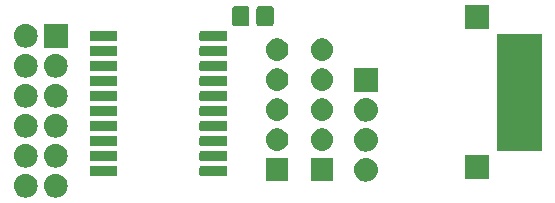
<source format=gts>
G04 #@! TF.GenerationSoftware,KiCad,Pcbnew,(5.1.4)-1*
G04 #@! TF.CreationDate,2020-03-17T17:24:22+00:00*
G04 #@! TF.ProjectId,buffer,62756666-6572-42e6-9b69-6361645f7063,rev?*
G04 #@! TF.SameCoordinates,Original*
G04 #@! TF.FileFunction,Soldermask,Top*
G04 #@! TF.FilePolarity,Negative*
%FSLAX46Y46*%
G04 Gerber Fmt 4.6, Leading zero omitted, Abs format (unit mm)*
G04 Created by KiCad (PCBNEW (5.1.4)-1) date 2020-03-17 17:24:22*
%MOMM*%
%LPD*%
G04 APERTURE LIST*
%ADD10C,0.100000*%
G04 APERTURE END LIST*
D10*
G36*
X40549836Y-46090830D02*
G01*
X40738332Y-46148009D01*
X40912058Y-46240868D01*
X41064328Y-46365832D01*
X41189292Y-46518102D01*
X41282151Y-46691828D01*
X41339330Y-46880324D01*
X41358638Y-47076360D01*
X41339330Y-47272396D01*
X41282151Y-47460892D01*
X41189292Y-47634618D01*
X41064328Y-47786888D01*
X40912058Y-47911852D01*
X40738332Y-48004711D01*
X40549836Y-48061890D01*
X40402920Y-48076360D01*
X40304680Y-48076360D01*
X40157764Y-48061890D01*
X39969268Y-48004711D01*
X39795542Y-47911852D01*
X39643272Y-47786888D01*
X39518308Y-47634618D01*
X39425449Y-47460892D01*
X39368270Y-47272396D01*
X39348962Y-47076360D01*
X39368270Y-46880324D01*
X39425449Y-46691828D01*
X39518308Y-46518102D01*
X39643272Y-46365832D01*
X39795542Y-46240868D01*
X39969268Y-46148009D01*
X40157764Y-46090830D01*
X40304680Y-46076360D01*
X40402920Y-46076360D01*
X40549836Y-46090830D01*
X40549836Y-46090830D01*
G37*
G36*
X38009836Y-46090830D02*
G01*
X38198332Y-46148009D01*
X38372058Y-46240868D01*
X38524328Y-46365832D01*
X38649292Y-46518102D01*
X38742151Y-46691828D01*
X38799330Y-46880324D01*
X38818638Y-47076360D01*
X38799330Y-47272396D01*
X38742151Y-47460892D01*
X38649292Y-47634618D01*
X38524328Y-47786888D01*
X38372058Y-47911852D01*
X38198332Y-48004711D01*
X38009836Y-48061890D01*
X37862920Y-48076360D01*
X37764680Y-48076360D01*
X37617764Y-48061890D01*
X37429268Y-48004711D01*
X37255542Y-47911852D01*
X37103272Y-47786888D01*
X36978308Y-47634618D01*
X36885449Y-47460892D01*
X36828270Y-47272396D01*
X36808962Y-47076360D01*
X36828270Y-46880324D01*
X36885449Y-46691828D01*
X36978308Y-46518102D01*
X37103272Y-46365832D01*
X37255542Y-46240868D01*
X37429268Y-46148009D01*
X37617764Y-46090830D01*
X37764680Y-46076360D01*
X37862920Y-46076360D01*
X38009836Y-46090830D01*
X38009836Y-46090830D01*
G37*
G36*
X66813436Y-44744630D02*
G01*
X67001932Y-44801809D01*
X67175658Y-44894668D01*
X67327928Y-45019632D01*
X67452892Y-45171902D01*
X67545751Y-45345628D01*
X67602930Y-45534124D01*
X67622238Y-45730160D01*
X67602930Y-45926196D01*
X67545751Y-46114692D01*
X67452892Y-46288418D01*
X67327928Y-46440688D01*
X67175658Y-46565652D01*
X67001932Y-46658511D01*
X66813436Y-46715690D01*
X66666520Y-46730160D01*
X66568280Y-46730160D01*
X66421364Y-46715690D01*
X66232868Y-46658511D01*
X66059142Y-46565652D01*
X65906872Y-46440688D01*
X65781908Y-46288418D01*
X65689049Y-46114692D01*
X65631870Y-45926196D01*
X65612562Y-45730160D01*
X65631870Y-45534124D01*
X65689049Y-45345628D01*
X65781908Y-45171902D01*
X65906872Y-45019632D01*
X66059142Y-44894668D01*
X66232868Y-44801809D01*
X66421364Y-44744630D01*
X66568280Y-44730160D01*
X66666520Y-44730160D01*
X66813436Y-44744630D01*
X66813436Y-44744630D01*
G37*
G36*
X60052000Y-46650960D02*
G01*
X58152000Y-46650960D01*
X58152000Y-44750960D01*
X60052000Y-44750960D01*
X60052000Y-46650960D01*
X60052000Y-46650960D01*
G37*
G36*
X63852000Y-46650960D02*
G01*
X61952000Y-46650960D01*
X61952000Y-44750960D01*
X63852000Y-44750960D01*
X63852000Y-46650960D01*
X63852000Y-46650960D01*
G37*
G36*
X77033180Y-46504100D02*
G01*
X75033180Y-46504100D01*
X75033180Y-44504100D01*
X77033180Y-44504100D01*
X77033180Y-46504100D01*
X77033180Y-46504100D01*
G37*
G36*
X54748092Y-45369651D02*
G01*
X54777987Y-45378720D01*
X54805542Y-45393448D01*
X54829692Y-45413268D01*
X54849512Y-45437418D01*
X54864240Y-45464973D01*
X54873309Y-45494868D01*
X54877000Y-45532346D01*
X54877000Y-46099574D01*
X54873309Y-46137052D01*
X54864240Y-46166947D01*
X54849512Y-46194502D01*
X54829692Y-46218652D01*
X54805542Y-46238472D01*
X54777987Y-46253200D01*
X54748092Y-46262269D01*
X54710614Y-46265960D01*
X52693386Y-46265960D01*
X52655908Y-46262269D01*
X52626013Y-46253200D01*
X52598458Y-46238472D01*
X52574308Y-46218652D01*
X52554488Y-46194502D01*
X52539760Y-46166947D01*
X52530691Y-46137052D01*
X52527000Y-46099574D01*
X52527000Y-45532346D01*
X52530691Y-45494868D01*
X52539760Y-45464973D01*
X52554488Y-45437418D01*
X52574308Y-45413268D01*
X52598458Y-45393448D01*
X52626013Y-45378720D01*
X52655908Y-45369651D01*
X52693386Y-45365960D01*
X54710614Y-45365960D01*
X54748092Y-45369651D01*
X54748092Y-45369651D01*
G37*
G36*
X45448092Y-45369651D02*
G01*
X45477987Y-45378720D01*
X45505542Y-45393448D01*
X45529692Y-45413268D01*
X45549512Y-45437418D01*
X45564240Y-45464973D01*
X45573309Y-45494868D01*
X45577000Y-45532346D01*
X45577000Y-46099574D01*
X45573309Y-46137052D01*
X45564240Y-46166947D01*
X45549512Y-46194502D01*
X45529692Y-46218652D01*
X45505542Y-46238472D01*
X45477987Y-46253200D01*
X45448092Y-46262269D01*
X45410614Y-46265960D01*
X43393386Y-46265960D01*
X43355908Y-46262269D01*
X43326013Y-46253200D01*
X43298458Y-46238472D01*
X43274308Y-46218652D01*
X43254488Y-46194502D01*
X43239760Y-46166947D01*
X43230691Y-46137052D01*
X43227000Y-46099574D01*
X43227000Y-45532346D01*
X43230691Y-45494868D01*
X43239760Y-45464973D01*
X43254488Y-45437418D01*
X43274308Y-45413268D01*
X43298458Y-45393448D01*
X43326013Y-45378720D01*
X43355908Y-45369651D01*
X43393386Y-45365960D01*
X45410614Y-45365960D01*
X45448092Y-45369651D01*
X45448092Y-45369651D01*
G37*
G36*
X38009836Y-43550830D02*
G01*
X38198332Y-43608009D01*
X38372058Y-43700868D01*
X38524328Y-43825832D01*
X38649292Y-43978102D01*
X38742151Y-44151828D01*
X38799330Y-44340324D01*
X38818638Y-44536360D01*
X38799330Y-44732396D01*
X38742151Y-44920892D01*
X38649292Y-45094618D01*
X38524328Y-45246888D01*
X38372058Y-45371852D01*
X38198332Y-45464711D01*
X38009836Y-45521890D01*
X37862920Y-45536360D01*
X37764680Y-45536360D01*
X37617764Y-45521890D01*
X37429268Y-45464711D01*
X37255542Y-45371852D01*
X37103272Y-45246888D01*
X36978308Y-45094618D01*
X36885449Y-44920892D01*
X36828270Y-44732396D01*
X36808962Y-44536360D01*
X36828270Y-44340324D01*
X36885449Y-44151828D01*
X36978308Y-43978102D01*
X37103272Y-43825832D01*
X37255542Y-43700868D01*
X37429268Y-43608009D01*
X37617764Y-43550830D01*
X37764680Y-43536360D01*
X37862920Y-43536360D01*
X38009836Y-43550830D01*
X38009836Y-43550830D01*
G37*
G36*
X40549836Y-43550830D02*
G01*
X40738332Y-43608009D01*
X40912058Y-43700868D01*
X41064328Y-43825832D01*
X41189292Y-43978102D01*
X41282151Y-44151828D01*
X41339330Y-44340324D01*
X41358638Y-44536360D01*
X41339330Y-44732396D01*
X41282151Y-44920892D01*
X41189292Y-45094618D01*
X41064328Y-45246888D01*
X40912058Y-45371852D01*
X40738332Y-45464711D01*
X40549836Y-45521890D01*
X40402920Y-45536360D01*
X40304680Y-45536360D01*
X40157764Y-45521890D01*
X39969268Y-45464711D01*
X39795542Y-45371852D01*
X39643272Y-45246888D01*
X39518308Y-45094618D01*
X39425449Y-44920892D01*
X39368270Y-44732396D01*
X39348962Y-44536360D01*
X39368270Y-44340324D01*
X39425449Y-44151828D01*
X39518308Y-43978102D01*
X39643272Y-43825832D01*
X39795542Y-43700868D01*
X39969268Y-43608009D01*
X40157764Y-43550830D01*
X40304680Y-43536360D01*
X40402920Y-43536360D01*
X40549836Y-43550830D01*
X40549836Y-43550830D01*
G37*
G36*
X45448092Y-44099651D02*
G01*
X45477987Y-44108720D01*
X45505542Y-44123448D01*
X45529692Y-44143268D01*
X45549512Y-44167418D01*
X45564240Y-44194973D01*
X45573309Y-44224868D01*
X45577000Y-44262346D01*
X45577000Y-44829574D01*
X45573309Y-44867052D01*
X45564240Y-44896947D01*
X45549512Y-44924502D01*
X45529692Y-44948652D01*
X45505542Y-44968472D01*
X45477987Y-44983200D01*
X45448092Y-44992269D01*
X45410614Y-44995960D01*
X43393386Y-44995960D01*
X43355908Y-44992269D01*
X43326013Y-44983200D01*
X43298458Y-44968472D01*
X43274308Y-44948652D01*
X43254488Y-44924502D01*
X43239760Y-44896947D01*
X43230691Y-44867052D01*
X43227000Y-44829574D01*
X43227000Y-44262346D01*
X43230691Y-44224868D01*
X43239760Y-44194973D01*
X43254488Y-44167418D01*
X43274308Y-44143268D01*
X43298458Y-44123448D01*
X43326013Y-44108720D01*
X43355908Y-44099651D01*
X43393386Y-44095960D01*
X45410614Y-44095960D01*
X45448092Y-44099651D01*
X45448092Y-44099651D01*
G37*
G36*
X54748092Y-44099651D02*
G01*
X54777987Y-44108720D01*
X54805542Y-44123448D01*
X54829692Y-44143268D01*
X54849512Y-44167418D01*
X54864240Y-44194973D01*
X54873309Y-44224868D01*
X54877000Y-44262346D01*
X54877000Y-44829574D01*
X54873309Y-44867052D01*
X54864240Y-44896947D01*
X54849512Y-44924502D01*
X54829692Y-44948652D01*
X54805542Y-44968472D01*
X54777987Y-44983200D01*
X54748092Y-44992269D01*
X54710614Y-44995960D01*
X52693386Y-44995960D01*
X52655908Y-44992269D01*
X52626013Y-44983200D01*
X52598458Y-44968472D01*
X52574308Y-44948652D01*
X52554488Y-44924502D01*
X52539760Y-44896947D01*
X52530691Y-44867052D01*
X52527000Y-44829574D01*
X52527000Y-44262346D01*
X52530691Y-44224868D01*
X52539760Y-44194973D01*
X52554488Y-44167418D01*
X52574308Y-44143268D01*
X52598458Y-44123448D01*
X52626013Y-44108720D01*
X52655908Y-44099651D01*
X52693386Y-44095960D01*
X54710614Y-44095960D01*
X54748092Y-44099651D01*
X54748092Y-44099651D01*
G37*
G36*
X66813436Y-42204630D02*
G01*
X67001932Y-42261809D01*
X67175658Y-42354668D01*
X67327928Y-42479632D01*
X67452892Y-42631902D01*
X67545751Y-42805628D01*
X67602930Y-42994124D01*
X67622238Y-43190160D01*
X67602930Y-43386196D01*
X67545751Y-43574692D01*
X67452892Y-43748418D01*
X67327928Y-43900688D01*
X67175658Y-44025652D01*
X67001932Y-44118511D01*
X66813436Y-44175690D01*
X66666520Y-44190160D01*
X66568280Y-44190160D01*
X66421364Y-44175690D01*
X66232868Y-44118511D01*
X66059142Y-44025652D01*
X65906872Y-43900688D01*
X65781908Y-43748418D01*
X65689049Y-43574692D01*
X65631870Y-43386196D01*
X65612562Y-43190160D01*
X65631870Y-42994124D01*
X65689049Y-42805628D01*
X65781908Y-42631902D01*
X65906872Y-42479632D01*
X66059142Y-42354668D01*
X66232868Y-42261809D01*
X66421364Y-42204630D01*
X66568280Y-42190160D01*
X66666520Y-42190160D01*
X66813436Y-42204630D01*
X66813436Y-42204630D01*
G37*
G36*
X81501880Y-44149660D02*
G01*
X77701880Y-44149660D01*
X77701880Y-34229660D01*
X81501880Y-34229660D01*
X81501880Y-44149660D01*
X81501880Y-44149660D01*
G37*
G36*
X59288233Y-42224706D02*
G01*
X59308849Y-42230960D01*
X59467308Y-42279028D01*
X59632345Y-42367242D01*
X59777001Y-42485959D01*
X59895718Y-42630615D01*
X59983932Y-42795652D01*
X60011093Y-42885190D01*
X60035260Y-42964856D01*
X60038254Y-42974728D01*
X60056596Y-43160960D01*
X60038254Y-43347192D01*
X59983932Y-43526268D01*
X59895718Y-43691305D01*
X59777001Y-43835961D01*
X59632345Y-43954678D01*
X59467308Y-44042892D01*
X59377770Y-44070053D01*
X59288233Y-44097214D01*
X59148665Y-44110960D01*
X59055335Y-44110960D01*
X58915767Y-44097214D01*
X58826230Y-44070053D01*
X58736692Y-44042892D01*
X58571655Y-43954678D01*
X58426999Y-43835961D01*
X58308282Y-43691305D01*
X58220068Y-43526268D01*
X58165746Y-43347192D01*
X58147404Y-43160960D01*
X58165746Y-42974728D01*
X58168741Y-42964856D01*
X58192907Y-42885190D01*
X58220068Y-42795652D01*
X58308282Y-42630615D01*
X58426999Y-42485959D01*
X58571655Y-42367242D01*
X58736692Y-42279028D01*
X58895151Y-42230960D01*
X58915767Y-42224706D01*
X59055335Y-42210960D01*
X59148665Y-42210960D01*
X59288233Y-42224706D01*
X59288233Y-42224706D01*
G37*
G36*
X63088233Y-42224706D02*
G01*
X63108849Y-42230960D01*
X63267308Y-42279028D01*
X63432345Y-42367242D01*
X63577001Y-42485959D01*
X63695718Y-42630615D01*
X63783932Y-42795652D01*
X63811093Y-42885190D01*
X63835260Y-42964856D01*
X63838254Y-42974728D01*
X63856596Y-43160960D01*
X63838254Y-43347192D01*
X63783932Y-43526268D01*
X63695718Y-43691305D01*
X63577001Y-43835961D01*
X63432345Y-43954678D01*
X63267308Y-44042892D01*
X63177770Y-44070053D01*
X63088233Y-44097214D01*
X62948665Y-44110960D01*
X62855335Y-44110960D01*
X62715767Y-44097214D01*
X62626230Y-44070053D01*
X62536692Y-44042892D01*
X62371655Y-43954678D01*
X62226999Y-43835961D01*
X62108282Y-43691305D01*
X62020068Y-43526268D01*
X61965746Y-43347192D01*
X61947404Y-43160960D01*
X61965746Y-42974728D01*
X61968741Y-42964856D01*
X61992907Y-42885190D01*
X62020068Y-42795652D01*
X62108282Y-42630615D01*
X62226999Y-42485959D01*
X62371655Y-42367242D01*
X62536692Y-42279028D01*
X62695151Y-42230960D01*
X62715767Y-42224706D01*
X62855335Y-42210960D01*
X62948665Y-42210960D01*
X63088233Y-42224706D01*
X63088233Y-42224706D01*
G37*
G36*
X54748092Y-42829651D02*
G01*
X54777987Y-42838720D01*
X54805542Y-42853448D01*
X54829692Y-42873268D01*
X54849512Y-42897418D01*
X54864240Y-42924973D01*
X54873309Y-42954868D01*
X54877000Y-42992346D01*
X54877000Y-43559574D01*
X54873309Y-43597052D01*
X54864240Y-43626947D01*
X54849512Y-43654502D01*
X54829692Y-43678652D01*
X54805542Y-43698472D01*
X54777987Y-43713200D01*
X54748092Y-43722269D01*
X54710614Y-43725960D01*
X52693386Y-43725960D01*
X52655908Y-43722269D01*
X52626013Y-43713200D01*
X52598458Y-43698472D01*
X52574308Y-43678652D01*
X52554488Y-43654502D01*
X52539760Y-43626947D01*
X52530691Y-43597052D01*
X52527000Y-43559574D01*
X52527000Y-42992346D01*
X52530691Y-42954868D01*
X52539760Y-42924973D01*
X52554488Y-42897418D01*
X52574308Y-42873268D01*
X52598458Y-42853448D01*
X52626013Y-42838720D01*
X52655908Y-42829651D01*
X52693386Y-42825960D01*
X54710614Y-42825960D01*
X54748092Y-42829651D01*
X54748092Y-42829651D01*
G37*
G36*
X45448092Y-42829651D02*
G01*
X45477987Y-42838720D01*
X45505542Y-42853448D01*
X45529692Y-42873268D01*
X45549512Y-42897418D01*
X45564240Y-42924973D01*
X45573309Y-42954868D01*
X45577000Y-42992346D01*
X45577000Y-43559574D01*
X45573309Y-43597052D01*
X45564240Y-43626947D01*
X45549512Y-43654502D01*
X45529692Y-43678652D01*
X45505542Y-43698472D01*
X45477987Y-43713200D01*
X45448092Y-43722269D01*
X45410614Y-43725960D01*
X43393386Y-43725960D01*
X43355908Y-43722269D01*
X43326013Y-43713200D01*
X43298458Y-43698472D01*
X43274308Y-43678652D01*
X43254488Y-43654502D01*
X43239760Y-43626947D01*
X43230691Y-43597052D01*
X43227000Y-43559574D01*
X43227000Y-42992346D01*
X43230691Y-42954868D01*
X43239760Y-42924973D01*
X43254488Y-42897418D01*
X43274308Y-42873268D01*
X43298458Y-42853448D01*
X43326013Y-42838720D01*
X43355908Y-42829651D01*
X43393386Y-42825960D01*
X45410614Y-42825960D01*
X45448092Y-42829651D01*
X45448092Y-42829651D01*
G37*
G36*
X40549836Y-41010830D02*
G01*
X40738332Y-41068009D01*
X40912058Y-41160868D01*
X41064328Y-41285832D01*
X41189292Y-41438102D01*
X41282151Y-41611828D01*
X41339330Y-41800324D01*
X41358638Y-41996360D01*
X41339330Y-42192396D01*
X41282151Y-42380892D01*
X41189292Y-42554618D01*
X41064328Y-42706888D01*
X40912058Y-42831852D01*
X40738332Y-42924711D01*
X40549836Y-42981890D01*
X40402920Y-42996360D01*
X40304680Y-42996360D01*
X40157764Y-42981890D01*
X39969268Y-42924711D01*
X39795542Y-42831852D01*
X39643272Y-42706888D01*
X39518308Y-42554618D01*
X39425449Y-42380892D01*
X39368270Y-42192396D01*
X39348962Y-41996360D01*
X39368270Y-41800324D01*
X39425449Y-41611828D01*
X39518308Y-41438102D01*
X39643272Y-41285832D01*
X39795542Y-41160868D01*
X39969268Y-41068009D01*
X40157764Y-41010830D01*
X40304680Y-40996360D01*
X40402920Y-40996360D01*
X40549836Y-41010830D01*
X40549836Y-41010830D01*
G37*
G36*
X38009836Y-41010830D02*
G01*
X38198332Y-41068009D01*
X38372058Y-41160868D01*
X38524328Y-41285832D01*
X38649292Y-41438102D01*
X38742151Y-41611828D01*
X38799330Y-41800324D01*
X38818638Y-41996360D01*
X38799330Y-42192396D01*
X38742151Y-42380892D01*
X38649292Y-42554618D01*
X38524328Y-42706888D01*
X38372058Y-42831852D01*
X38198332Y-42924711D01*
X38009836Y-42981890D01*
X37862920Y-42996360D01*
X37764680Y-42996360D01*
X37617764Y-42981890D01*
X37429268Y-42924711D01*
X37255542Y-42831852D01*
X37103272Y-42706888D01*
X36978308Y-42554618D01*
X36885449Y-42380892D01*
X36828270Y-42192396D01*
X36808962Y-41996360D01*
X36828270Y-41800324D01*
X36885449Y-41611828D01*
X36978308Y-41438102D01*
X37103272Y-41285832D01*
X37255542Y-41160868D01*
X37429268Y-41068009D01*
X37617764Y-41010830D01*
X37764680Y-40996360D01*
X37862920Y-40996360D01*
X38009836Y-41010830D01*
X38009836Y-41010830D01*
G37*
G36*
X54748092Y-41559651D02*
G01*
X54777987Y-41568720D01*
X54805542Y-41583448D01*
X54829692Y-41603268D01*
X54849512Y-41627418D01*
X54864240Y-41654973D01*
X54873309Y-41684868D01*
X54877000Y-41722346D01*
X54877000Y-42289574D01*
X54873309Y-42327052D01*
X54864240Y-42356947D01*
X54849512Y-42384502D01*
X54829692Y-42408652D01*
X54805542Y-42428472D01*
X54777987Y-42443200D01*
X54748092Y-42452269D01*
X54710614Y-42455960D01*
X52693386Y-42455960D01*
X52655908Y-42452269D01*
X52626013Y-42443200D01*
X52598458Y-42428472D01*
X52574308Y-42408652D01*
X52554488Y-42384502D01*
X52539760Y-42356947D01*
X52530691Y-42327052D01*
X52527000Y-42289574D01*
X52527000Y-41722346D01*
X52530691Y-41684868D01*
X52539760Y-41654973D01*
X52554488Y-41627418D01*
X52574308Y-41603268D01*
X52598458Y-41583448D01*
X52626013Y-41568720D01*
X52655908Y-41559651D01*
X52693386Y-41555960D01*
X54710614Y-41555960D01*
X54748092Y-41559651D01*
X54748092Y-41559651D01*
G37*
G36*
X45448092Y-41559651D02*
G01*
X45477987Y-41568720D01*
X45505542Y-41583448D01*
X45529692Y-41603268D01*
X45549512Y-41627418D01*
X45564240Y-41654973D01*
X45573309Y-41684868D01*
X45577000Y-41722346D01*
X45577000Y-42289574D01*
X45573309Y-42327052D01*
X45564240Y-42356947D01*
X45549512Y-42384502D01*
X45529692Y-42408652D01*
X45505542Y-42428472D01*
X45477987Y-42443200D01*
X45448092Y-42452269D01*
X45410614Y-42455960D01*
X43393386Y-42455960D01*
X43355908Y-42452269D01*
X43326013Y-42443200D01*
X43298458Y-42428472D01*
X43274308Y-42408652D01*
X43254488Y-42384502D01*
X43239760Y-42356947D01*
X43230691Y-42327052D01*
X43227000Y-42289574D01*
X43227000Y-41722346D01*
X43230691Y-41684868D01*
X43239760Y-41654973D01*
X43254488Y-41627418D01*
X43274308Y-41603268D01*
X43298458Y-41583448D01*
X43326013Y-41568720D01*
X43355908Y-41559651D01*
X43393386Y-41555960D01*
X45410614Y-41555960D01*
X45448092Y-41559651D01*
X45448092Y-41559651D01*
G37*
G36*
X66813436Y-39664630D02*
G01*
X67001932Y-39721809D01*
X67175658Y-39814668D01*
X67327928Y-39939632D01*
X67452892Y-40091902D01*
X67545751Y-40265628D01*
X67602930Y-40454124D01*
X67622238Y-40650160D01*
X67602930Y-40846196D01*
X67545751Y-41034692D01*
X67452892Y-41208418D01*
X67327928Y-41360688D01*
X67175658Y-41485652D01*
X67001932Y-41578511D01*
X66813436Y-41635690D01*
X66666520Y-41650160D01*
X66568280Y-41650160D01*
X66421364Y-41635690D01*
X66232868Y-41578511D01*
X66059142Y-41485652D01*
X65906872Y-41360688D01*
X65781908Y-41208418D01*
X65689049Y-41034692D01*
X65631870Y-40846196D01*
X65612562Y-40650160D01*
X65631870Y-40454124D01*
X65689049Y-40265628D01*
X65781908Y-40091902D01*
X65906872Y-39939632D01*
X66059142Y-39814668D01*
X66232868Y-39721809D01*
X66421364Y-39664630D01*
X66568280Y-39650160D01*
X66666520Y-39650160D01*
X66813436Y-39664630D01*
X66813436Y-39664630D01*
G37*
G36*
X59288233Y-39684706D02*
G01*
X59308849Y-39690960D01*
X59467308Y-39739028D01*
X59632345Y-39827242D01*
X59777001Y-39945959D01*
X59895718Y-40090615D01*
X59983932Y-40255652D01*
X60011093Y-40345190D01*
X60035260Y-40424856D01*
X60038254Y-40434728D01*
X60056596Y-40620960D01*
X60038254Y-40807192D01*
X59983932Y-40986268D01*
X59895718Y-41151305D01*
X59777001Y-41295961D01*
X59632345Y-41414678D01*
X59467308Y-41502892D01*
X59377770Y-41530053D01*
X59288233Y-41557214D01*
X59148665Y-41570960D01*
X59055335Y-41570960D01*
X58915767Y-41557214D01*
X58826230Y-41530053D01*
X58736692Y-41502892D01*
X58571655Y-41414678D01*
X58426999Y-41295961D01*
X58308282Y-41151305D01*
X58220068Y-40986268D01*
X58165746Y-40807192D01*
X58147404Y-40620960D01*
X58165746Y-40434728D01*
X58168741Y-40424856D01*
X58192907Y-40345190D01*
X58220068Y-40255652D01*
X58308282Y-40090615D01*
X58426999Y-39945959D01*
X58571655Y-39827242D01*
X58736692Y-39739028D01*
X58895151Y-39690960D01*
X58915767Y-39684706D01*
X59055335Y-39670960D01*
X59148665Y-39670960D01*
X59288233Y-39684706D01*
X59288233Y-39684706D01*
G37*
G36*
X63088233Y-39684706D02*
G01*
X63108849Y-39690960D01*
X63267308Y-39739028D01*
X63432345Y-39827242D01*
X63577001Y-39945959D01*
X63695718Y-40090615D01*
X63783932Y-40255652D01*
X63811093Y-40345190D01*
X63835260Y-40424856D01*
X63838254Y-40434728D01*
X63856596Y-40620960D01*
X63838254Y-40807192D01*
X63783932Y-40986268D01*
X63695718Y-41151305D01*
X63577001Y-41295961D01*
X63432345Y-41414678D01*
X63267308Y-41502892D01*
X63177770Y-41530053D01*
X63088233Y-41557214D01*
X62948665Y-41570960D01*
X62855335Y-41570960D01*
X62715767Y-41557214D01*
X62626230Y-41530053D01*
X62536692Y-41502892D01*
X62371655Y-41414678D01*
X62226999Y-41295961D01*
X62108282Y-41151305D01*
X62020068Y-40986268D01*
X61965746Y-40807192D01*
X61947404Y-40620960D01*
X61965746Y-40434728D01*
X61968741Y-40424856D01*
X61992907Y-40345190D01*
X62020068Y-40255652D01*
X62108282Y-40090615D01*
X62226999Y-39945959D01*
X62371655Y-39827242D01*
X62536692Y-39739028D01*
X62695151Y-39690960D01*
X62715767Y-39684706D01*
X62855335Y-39670960D01*
X62948665Y-39670960D01*
X63088233Y-39684706D01*
X63088233Y-39684706D01*
G37*
G36*
X45448092Y-40289651D02*
G01*
X45477987Y-40298720D01*
X45505542Y-40313448D01*
X45529692Y-40333268D01*
X45549512Y-40357418D01*
X45564240Y-40384973D01*
X45573309Y-40414868D01*
X45577000Y-40452346D01*
X45577000Y-41019574D01*
X45573309Y-41057052D01*
X45564240Y-41086947D01*
X45549512Y-41114502D01*
X45529692Y-41138652D01*
X45505542Y-41158472D01*
X45477987Y-41173200D01*
X45448092Y-41182269D01*
X45410614Y-41185960D01*
X43393386Y-41185960D01*
X43355908Y-41182269D01*
X43326013Y-41173200D01*
X43298458Y-41158472D01*
X43274308Y-41138652D01*
X43254488Y-41114502D01*
X43239760Y-41086947D01*
X43230691Y-41057052D01*
X43227000Y-41019574D01*
X43227000Y-40452346D01*
X43230691Y-40414868D01*
X43239760Y-40384973D01*
X43254488Y-40357418D01*
X43274308Y-40333268D01*
X43298458Y-40313448D01*
X43326013Y-40298720D01*
X43355908Y-40289651D01*
X43393386Y-40285960D01*
X45410614Y-40285960D01*
X45448092Y-40289651D01*
X45448092Y-40289651D01*
G37*
G36*
X54748092Y-40289651D02*
G01*
X54777987Y-40298720D01*
X54805542Y-40313448D01*
X54829692Y-40333268D01*
X54849512Y-40357418D01*
X54864240Y-40384973D01*
X54873309Y-40414868D01*
X54877000Y-40452346D01*
X54877000Y-41019574D01*
X54873309Y-41057052D01*
X54864240Y-41086947D01*
X54849512Y-41114502D01*
X54829692Y-41138652D01*
X54805542Y-41158472D01*
X54777987Y-41173200D01*
X54748092Y-41182269D01*
X54710614Y-41185960D01*
X52693386Y-41185960D01*
X52655908Y-41182269D01*
X52626013Y-41173200D01*
X52598458Y-41158472D01*
X52574308Y-41138652D01*
X52554488Y-41114502D01*
X52539760Y-41086947D01*
X52530691Y-41057052D01*
X52527000Y-41019574D01*
X52527000Y-40452346D01*
X52530691Y-40414868D01*
X52539760Y-40384973D01*
X52554488Y-40357418D01*
X52574308Y-40333268D01*
X52598458Y-40313448D01*
X52626013Y-40298720D01*
X52655908Y-40289651D01*
X52693386Y-40285960D01*
X54710614Y-40285960D01*
X54748092Y-40289651D01*
X54748092Y-40289651D01*
G37*
G36*
X40549836Y-38470830D02*
G01*
X40738332Y-38528009D01*
X40912058Y-38620868D01*
X41064328Y-38745832D01*
X41189292Y-38898102D01*
X41282151Y-39071828D01*
X41339330Y-39260324D01*
X41358638Y-39456360D01*
X41339330Y-39652396D01*
X41282151Y-39840892D01*
X41189292Y-40014618D01*
X41064328Y-40166888D01*
X40912058Y-40291852D01*
X40738332Y-40384711D01*
X40549836Y-40441890D01*
X40402920Y-40456360D01*
X40304680Y-40456360D01*
X40157764Y-40441890D01*
X39969268Y-40384711D01*
X39795542Y-40291852D01*
X39643272Y-40166888D01*
X39518308Y-40014618D01*
X39425449Y-39840892D01*
X39368270Y-39652396D01*
X39348962Y-39456360D01*
X39368270Y-39260324D01*
X39425449Y-39071828D01*
X39518308Y-38898102D01*
X39643272Y-38745832D01*
X39795542Y-38620868D01*
X39969268Y-38528009D01*
X40157764Y-38470830D01*
X40304680Y-38456360D01*
X40402920Y-38456360D01*
X40549836Y-38470830D01*
X40549836Y-38470830D01*
G37*
G36*
X38009836Y-38470830D02*
G01*
X38198332Y-38528009D01*
X38372058Y-38620868D01*
X38524328Y-38745832D01*
X38649292Y-38898102D01*
X38742151Y-39071828D01*
X38799330Y-39260324D01*
X38818638Y-39456360D01*
X38799330Y-39652396D01*
X38742151Y-39840892D01*
X38649292Y-40014618D01*
X38524328Y-40166888D01*
X38372058Y-40291852D01*
X38198332Y-40384711D01*
X38009836Y-40441890D01*
X37862920Y-40456360D01*
X37764680Y-40456360D01*
X37617764Y-40441890D01*
X37429268Y-40384711D01*
X37255542Y-40291852D01*
X37103272Y-40166888D01*
X36978308Y-40014618D01*
X36885449Y-39840892D01*
X36828270Y-39652396D01*
X36808962Y-39456360D01*
X36828270Y-39260324D01*
X36885449Y-39071828D01*
X36978308Y-38898102D01*
X37103272Y-38745832D01*
X37255542Y-38620868D01*
X37429268Y-38528009D01*
X37617764Y-38470830D01*
X37764680Y-38456360D01*
X37862920Y-38456360D01*
X38009836Y-38470830D01*
X38009836Y-38470830D01*
G37*
G36*
X54748092Y-39019651D02*
G01*
X54777987Y-39028720D01*
X54805542Y-39043448D01*
X54829692Y-39063268D01*
X54849512Y-39087418D01*
X54864240Y-39114973D01*
X54873309Y-39144868D01*
X54877000Y-39182346D01*
X54877000Y-39749574D01*
X54873309Y-39787052D01*
X54864240Y-39816947D01*
X54849512Y-39844502D01*
X54829692Y-39868652D01*
X54805542Y-39888472D01*
X54777987Y-39903200D01*
X54748092Y-39912269D01*
X54710614Y-39915960D01*
X52693386Y-39915960D01*
X52655908Y-39912269D01*
X52626013Y-39903200D01*
X52598458Y-39888472D01*
X52574308Y-39868652D01*
X52554488Y-39844502D01*
X52539760Y-39816947D01*
X52530691Y-39787052D01*
X52527000Y-39749574D01*
X52527000Y-39182346D01*
X52530691Y-39144868D01*
X52539760Y-39114973D01*
X52554488Y-39087418D01*
X52574308Y-39063268D01*
X52598458Y-39043448D01*
X52626013Y-39028720D01*
X52655908Y-39019651D01*
X52693386Y-39015960D01*
X54710614Y-39015960D01*
X54748092Y-39019651D01*
X54748092Y-39019651D01*
G37*
G36*
X45448092Y-39019651D02*
G01*
X45477987Y-39028720D01*
X45505542Y-39043448D01*
X45529692Y-39063268D01*
X45549512Y-39087418D01*
X45564240Y-39114973D01*
X45573309Y-39144868D01*
X45577000Y-39182346D01*
X45577000Y-39749574D01*
X45573309Y-39787052D01*
X45564240Y-39816947D01*
X45549512Y-39844502D01*
X45529692Y-39868652D01*
X45505542Y-39888472D01*
X45477987Y-39903200D01*
X45448092Y-39912269D01*
X45410614Y-39915960D01*
X43393386Y-39915960D01*
X43355908Y-39912269D01*
X43326013Y-39903200D01*
X43298458Y-39888472D01*
X43274308Y-39868652D01*
X43254488Y-39844502D01*
X43239760Y-39816947D01*
X43230691Y-39787052D01*
X43227000Y-39749574D01*
X43227000Y-39182346D01*
X43230691Y-39144868D01*
X43239760Y-39114973D01*
X43254488Y-39087418D01*
X43274308Y-39063268D01*
X43298458Y-39043448D01*
X43326013Y-39028720D01*
X43355908Y-39019651D01*
X43393386Y-39015960D01*
X45410614Y-39015960D01*
X45448092Y-39019651D01*
X45448092Y-39019651D01*
G37*
G36*
X67617400Y-39110160D02*
G01*
X65617400Y-39110160D01*
X65617400Y-37110160D01*
X67617400Y-37110160D01*
X67617400Y-39110160D01*
X67617400Y-39110160D01*
G37*
G36*
X59288233Y-37144706D02*
G01*
X59308849Y-37150960D01*
X59467308Y-37199028D01*
X59632345Y-37287242D01*
X59777001Y-37405959D01*
X59895718Y-37550615D01*
X59983932Y-37715652D01*
X60011093Y-37805190D01*
X60035260Y-37884856D01*
X60038254Y-37894728D01*
X60056596Y-38080960D01*
X60038254Y-38267192D01*
X59983932Y-38446268D01*
X59895718Y-38611305D01*
X59777001Y-38755961D01*
X59632345Y-38874678D01*
X59467308Y-38962892D01*
X59377770Y-38990053D01*
X59288233Y-39017214D01*
X59148665Y-39030960D01*
X59055335Y-39030960D01*
X58915767Y-39017214D01*
X58826230Y-38990053D01*
X58736692Y-38962892D01*
X58571655Y-38874678D01*
X58426999Y-38755961D01*
X58308282Y-38611305D01*
X58220068Y-38446268D01*
X58165746Y-38267192D01*
X58147404Y-38080960D01*
X58165746Y-37894728D01*
X58168741Y-37884856D01*
X58192907Y-37805190D01*
X58220068Y-37715652D01*
X58308282Y-37550615D01*
X58426999Y-37405959D01*
X58571655Y-37287242D01*
X58736692Y-37199028D01*
X58895151Y-37150960D01*
X58915767Y-37144706D01*
X59055335Y-37130960D01*
X59148665Y-37130960D01*
X59288233Y-37144706D01*
X59288233Y-37144706D01*
G37*
G36*
X63088233Y-37144706D02*
G01*
X63108849Y-37150960D01*
X63267308Y-37199028D01*
X63432345Y-37287242D01*
X63577001Y-37405959D01*
X63695718Y-37550615D01*
X63783932Y-37715652D01*
X63811093Y-37805190D01*
X63835260Y-37884856D01*
X63838254Y-37894728D01*
X63856596Y-38080960D01*
X63838254Y-38267192D01*
X63783932Y-38446268D01*
X63695718Y-38611305D01*
X63577001Y-38755961D01*
X63432345Y-38874678D01*
X63267308Y-38962892D01*
X63177770Y-38990053D01*
X63088233Y-39017214D01*
X62948665Y-39030960D01*
X62855335Y-39030960D01*
X62715767Y-39017214D01*
X62626230Y-38990053D01*
X62536692Y-38962892D01*
X62371655Y-38874678D01*
X62226999Y-38755961D01*
X62108282Y-38611305D01*
X62020068Y-38446268D01*
X61965746Y-38267192D01*
X61947404Y-38080960D01*
X61965746Y-37894728D01*
X61968741Y-37884856D01*
X61992907Y-37805190D01*
X62020068Y-37715652D01*
X62108282Y-37550615D01*
X62226999Y-37405959D01*
X62371655Y-37287242D01*
X62536692Y-37199028D01*
X62695151Y-37150960D01*
X62715767Y-37144706D01*
X62855335Y-37130960D01*
X62948665Y-37130960D01*
X63088233Y-37144706D01*
X63088233Y-37144706D01*
G37*
G36*
X54748092Y-37749651D02*
G01*
X54777987Y-37758720D01*
X54805542Y-37773448D01*
X54829692Y-37793268D01*
X54849512Y-37817418D01*
X54864240Y-37844973D01*
X54873309Y-37874868D01*
X54877000Y-37912346D01*
X54877000Y-38479574D01*
X54873309Y-38517052D01*
X54864240Y-38546947D01*
X54849512Y-38574502D01*
X54829692Y-38598652D01*
X54805542Y-38618472D01*
X54777987Y-38633200D01*
X54748092Y-38642269D01*
X54710614Y-38645960D01*
X52693386Y-38645960D01*
X52655908Y-38642269D01*
X52626013Y-38633200D01*
X52598458Y-38618472D01*
X52574308Y-38598652D01*
X52554488Y-38574502D01*
X52539760Y-38546947D01*
X52530691Y-38517052D01*
X52527000Y-38479574D01*
X52527000Y-37912346D01*
X52530691Y-37874868D01*
X52539760Y-37844973D01*
X52554488Y-37817418D01*
X52574308Y-37793268D01*
X52598458Y-37773448D01*
X52626013Y-37758720D01*
X52655908Y-37749651D01*
X52693386Y-37745960D01*
X54710614Y-37745960D01*
X54748092Y-37749651D01*
X54748092Y-37749651D01*
G37*
G36*
X45448092Y-37749651D02*
G01*
X45477987Y-37758720D01*
X45505542Y-37773448D01*
X45529692Y-37793268D01*
X45549512Y-37817418D01*
X45564240Y-37844973D01*
X45573309Y-37874868D01*
X45577000Y-37912346D01*
X45577000Y-38479574D01*
X45573309Y-38517052D01*
X45564240Y-38546947D01*
X45549512Y-38574502D01*
X45529692Y-38598652D01*
X45505542Y-38618472D01*
X45477987Y-38633200D01*
X45448092Y-38642269D01*
X45410614Y-38645960D01*
X43393386Y-38645960D01*
X43355908Y-38642269D01*
X43326013Y-38633200D01*
X43298458Y-38618472D01*
X43274308Y-38598652D01*
X43254488Y-38574502D01*
X43239760Y-38546947D01*
X43230691Y-38517052D01*
X43227000Y-38479574D01*
X43227000Y-37912346D01*
X43230691Y-37874868D01*
X43239760Y-37844973D01*
X43254488Y-37817418D01*
X43274308Y-37793268D01*
X43298458Y-37773448D01*
X43326013Y-37758720D01*
X43355908Y-37749651D01*
X43393386Y-37745960D01*
X45410614Y-37745960D01*
X45448092Y-37749651D01*
X45448092Y-37749651D01*
G37*
G36*
X40549836Y-35930830D02*
G01*
X40738332Y-35988009D01*
X40912058Y-36080868D01*
X41064328Y-36205832D01*
X41189292Y-36358102D01*
X41282151Y-36531828D01*
X41339330Y-36720324D01*
X41358638Y-36916360D01*
X41339330Y-37112396D01*
X41282151Y-37300892D01*
X41189292Y-37474618D01*
X41064328Y-37626888D01*
X40912058Y-37751852D01*
X40738332Y-37844711D01*
X40549836Y-37901890D01*
X40402920Y-37916360D01*
X40304680Y-37916360D01*
X40157764Y-37901890D01*
X39969268Y-37844711D01*
X39795542Y-37751852D01*
X39643272Y-37626888D01*
X39518308Y-37474618D01*
X39425449Y-37300892D01*
X39368270Y-37112396D01*
X39348962Y-36916360D01*
X39368270Y-36720324D01*
X39425449Y-36531828D01*
X39518308Y-36358102D01*
X39643272Y-36205832D01*
X39795542Y-36080868D01*
X39969268Y-35988009D01*
X40157764Y-35930830D01*
X40304680Y-35916360D01*
X40402920Y-35916360D01*
X40549836Y-35930830D01*
X40549836Y-35930830D01*
G37*
G36*
X38009836Y-35930830D02*
G01*
X38198332Y-35988009D01*
X38372058Y-36080868D01*
X38524328Y-36205832D01*
X38649292Y-36358102D01*
X38742151Y-36531828D01*
X38799330Y-36720324D01*
X38818638Y-36916360D01*
X38799330Y-37112396D01*
X38742151Y-37300892D01*
X38649292Y-37474618D01*
X38524328Y-37626888D01*
X38372058Y-37751852D01*
X38198332Y-37844711D01*
X38009836Y-37901890D01*
X37862920Y-37916360D01*
X37764680Y-37916360D01*
X37617764Y-37901890D01*
X37429268Y-37844711D01*
X37255542Y-37751852D01*
X37103272Y-37626888D01*
X36978308Y-37474618D01*
X36885449Y-37300892D01*
X36828270Y-37112396D01*
X36808962Y-36916360D01*
X36828270Y-36720324D01*
X36885449Y-36531828D01*
X36978308Y-36358102D01*
X37103272Y-36205832D01*
X37255542Y-36080868D01*
X37429268Y-35988009D01*
X37617764Y-35930830D01*
X37764680Y-35916360D01*
X37862920Y-35916360D01*
X38009836Y-35930830D01*
X38009836Y-35930830D01*
G37*
G36*
X54748092Y-36479651D02*
G01*
X54777987Y-36488720D01*
X54805542Y-36503448D01*
X54829692Y-36523268D01*
X54849512Y-36547418D01*
X54864240Y-36574973D01*
X54873309Y-36604868D01*
X54877000Y-36642346D01*
X54877000Y-37209574D01*
X54873309Y-37247052D01*
X54864240Y-37276947D01*
X54849512Y-37304502D01*
X54829692Y-37328652D01*
X54805542Y-37348472D01*
X54777987Y-37363200D01*
X54748092Y-37372269D01*
X54710614Y-37375960D01*
X52693386Y-37375960D01*
X52655908Y-37372269D01*
X52626013Y-37363200D01*
X52598458Y-37348472D01*
X52574308Y-37328652D01*
X52554488Y-37304502D01*
X52539760Y-37276947D01*
X52530691Y-37247052D01*
X52527000Y-37209574D01*
X52527000Y-36642346D01*
X52530691Y-36604868D01*
X52539760Y-36574973D01*
X52554488Y-36547418D01*
X52574308Y-36523268D01*
X52598458Y-36503448D01*
X52626013Y-36488720D01*
X52655908Y-36479651D01*
X52693386Y-36475960D01*
X54710614Y-36475960D01*
X54748092Y-36479651D01*
X54748092Y-36479651D01*
G37*
G36*
X45448092Y-36479651D02*
G01*
X45477987Y-36488720D01*
X45505542Y-36503448D01*
X45529692Y-36523268D01*
X45549512Y-36547418D01*
X45564240Y-36574973D01*
X45573309Y-36604868D01*
X45577000Y-36642346D01*
X45577000Y-37209574D01*
X45573309Y-37247052D01*
X45564240Y-37276947D01*
X45549512Y-37304502D01*
X45529692Y-37328652D01*
X45505542Y-37348472D01*
X45477987Y-37363200D01*
X45448092Y-37372269D01*
X45410614Y-37375960D01*
X43393386Y-37375960D01*
X43355908Y-37372269D01*
X43326013Y-37363200D01*
X43298458Y-37348472D01*
X43274308Y-37328652D01*
X43254488Y-37304502D01*
X43239760Y-37276947D01*
X43230691Y-37247052D01*
X43227000Y-37209574D01*
X43227000Y-36642346D01*
X43230691Y-36604868D01*
X43239760Y-36574973D01*
X43254488Y-36547418D01*
X43274308Y-36523268D01*
X43298458Y-36503448D01*
X43326013Y-36488720D01*
X43355908Y-36479651D01*
X43393386Y-36475960D01*
X45410614Y-36475960D01*
X45448092Y-36479651D01*
X45448092Y-36479651D01*
G37*
G36*
X63088233Y-34604706D02*
G01*
X63108849Y-34610960D01*
X63267308Y-34659028D01*
X63432345Y-34747242D01*
X63577001Y-34865959D01*
X63695718Y-35010615D01*
X63783932Y-35175652D01*
X63811093Y-35265190D01*
X63835260Y-35344856D01*
X63838254Y-35354728D01*
X63856596Y-35540960D01*
X63838254Y-35727192D01*
X63783932Y-35906268D01*
X63695718Y-36071305D01*
X63577001Y-36215961D01*
X63432345Y-36334678D01*
X63267308Y-36422892D01*
X63177770Y-36450053D01*
X63088233Y-36477214D01*
X62948665Y-36490960D01*
X62855335Y-36490960D01*
X62715767Y-36477214D01*
X62626230Y-36450053D01*
X62536692Y-36422892D01*
X62371655Y-36334678D01*
X62226999Y-36215961D01*
X62108282Y-36071305D01*
X62020068Y-35906268D01*
X61965746Y-35727192D01*
X61947404Y-35540960D01*
X61965746Y-35354728D01*
X61968741Y-35344856D01*
X61992907Y-35265190D01*
X62020068Y-35175652D01*
X62108282Y-35010615D01*
X62226999Y-34865959D01*
X62371655Y-34747242D01*
X62536692Y-34659028D01*
X62695151Y-34610960D01*
X62715767Y-34604706D01*
X62855335Y-34590960D01*
X62948665Y-34590960D01*
X63088233Y-34604706D01*
X63088233Y-34604706D01*
G37*
G36*
X59288233Y-34604706D02*
G01*
X59308849Y-34610960D01*
X59467308Y-34659028D01*
X59632345Y-34747242D01*
X59777001Y-34865959D01*
X59895718Y-35010615D01*
X59983932Y-35175652D01*
X60011093Y-35265190D01*
X60035260Y-35344856D01*
X60038254Y-35354728D01*
X60056596Y-35540960D01*
X60038254Y-35727192D01*
X59983932Y-35906268D01*
X59895718Y-36071305D01*
X59777001Y-36215961D01*
X59632345Y-36334678D01*
X59467308Y-36422892D01*
X59377770Y-36450053D01*
X59288233Y-36477214D01*
X59148665Y-36490960D01*
X59055335Y-36490960D01*
X58915767Y-36477214D01*
X58826230Y-36450053D01*
X58736692Y-36422892D01*
X58571655Y-36334678D01*
X58426999Y-36215961D01*
X58308282Y-36071305D01*
X58220068Y-35906268D01*
X58165746Y-35727192D01*
X58147404Y-35540960D01*
X58165746Y-35354728D01*
X58168741Y-35344856D01*
X58192907Y-35265190D01*
X58220068Y-35175652D01*
X58308282Y-35010615D01*
X58426999Y-34865959D01*
X58571655Y-34747242D01*
X58736692Y-34659028D01*
X58895151Y-34610960D01*
X58915767Y-34604706D01*
X59055335Y-34590960D01*
X59148665Y-34590960D01*
X59288233Y-34604706D01*
X59288233Y-34604706D01*
G37*
G36*
X54748092Y-35209651D02*
G01*
X54777987Y-35218720D01*
X54805542Y-35233448D01*
X54829692Y-35253268D01*
X54849512Y-35277418D01*
X54864240Y-35304973D01*
X54873309Y-35334868D01*
X54877000Y-35372346D01*
X54877000Y-35939574D01*
X54873309Y-35977052D01*
X54864240Y-36006947D01*
X54849512Y-36034502D01*
X54829692Y-36058652D01*
X54805542Y-36078472D01*
X54777987Y-36093200D01*
X54748092Y-36102269D01*
X54710614Y-36105960D01*
X52693386Y-36105960D01*
X52655908Y-36102269D01*
X52626013Y-36093200D01*
X52598458Y-36078472D01*
X52574308Y-36058652D01*
X52554488Y-36034502D01*
X52539760Y-36006947D01*
X52530691Y-35977052D01*
X52527000Y-35939574D01*
X52527000Y-35372346D01*
X52530691Y-35334868D01*
X52539760Y-35304973D01*
X52554488Y-35277418D01*
X52574308Y-35253268D01*
X52598458Y-35233448D01*
X52626013Y-35218720D01*
X52655908Y-35209651D01*
X52693386Y-35205960D01*
X54710614Y-35205960D01*
X54748092Y-35209651D01*
X54748092Y-35209651D01*
G37*
G36*
X45448092Y-35209651D02*
G01*
X45477987Y-35218720D01*
X45505542Y-35233448D01*
X45529692Y-35253268D01*
X45549512Y-35277418D01*
X45564240Y-35304973D01*
X45573309Y-35334868D01*
X45577000Y-35372346D01*
X45577000Y-35939574D01*
X45573309Y-35977052D01*
X45564240Y-36006947D01*
X45549512Y-36034502D01*
X45529692Y-36058652D01*
X45505542Y-36078472D01*
X45477987Y-36093200D01*
X45448092Y-36102269D01*
X45410614Y-36105960D01*
X43393386Y-36105960D01*
X43355908Y-36102269D01*
X43326013Y-36093200D01*
X43298458Y-36078472D01*
X43274308Y-36058652D01*
X43254488Y-36034502D01*
X43239760Y-36006947D01*
X43230691Y-35977052D01*
X43227000Y-35939574D01*
X43227000Y-35372346D01*
X43230691Y-35334868D01*
X43239760Y-35304973D01*
X43254488Y-35277418D01*
X43274308Y-35253268D01*
X43298458Y-35233448D01*
X43326013Y-35218720D01*
X43355908Y-35209651D01*
X43393386Y-35205960D01*
X45410614Y-35205960D01*
X45448092Y-35209651D01*
X45448092Y-35209651D01*
G37*
G36*
X38009836Y-33390830D02*
G01*
X38198332Y-33448009D01*
X38372058Y-33540868D01*
X38524328Y-33665832D01*
X38649292Y-33818102D01*
X38742151Y-33991828D01*
X38799330Y-34180324D01*
X38818638Y-34376360D01*
X38799330Y-34572396D01*
X38742151Y-34760892D01*
X38649292Y-34934618D01*
X38524328Y-35086888D01*
X38372058Y-35211852D01*
X38198332Y-35304711D01*
X38009836Y-35361890D01*
X37862920Y-35376360D01*
X37764680Y-35376360D01*
X37617764Y-35361890D01*
X37429268Y-35304711D01*
X37255542Y-35211852D01*
X37103272Y-35086888D01*
X36978308Y-34934618D01*
X36885449Y-34760892D01*
X36828270Y-34572396D01*
X36808962Y-34376360D01*
X36828270Y-34180324D01*
X36885449Y-33991828D01*
X36978308Y-33818102D01*
X37103272Y-33665832D01*
X37255542Y-33540868D01*
X37429268Y-33448009D01*
X37617764Y-33390830D01*
X37764680Y-33376360D01*
X37862920Y-33376360D01*
X38009836Y-33390830D01*
X38009836Y-33390830D01*
G37*
G36*
X41353800Y-35376360D02*
G01*
X39353800Y-35376360D01*
X39353800Y-33376360D01*
X41353800Y-33376360D01*
X41353800Y-35376360D01*
X41353800Y-35376360D01*
G37*
G36*
X54748092Y-33939651D02*
G01*
X54777987Y-33948720D01*
X54805542Y-33963448D01*
X54829692Y-33983268D01*
X54849512Y-34007418D01*
X54864240Y-34034973D01*
X54873309Y-34064868D01*
X54877000Y-34102346D01*
X54877000Y-34669574D01*
X54873309Y-34707052D01*
X54864240Y-34736947D01*
X54849512Y-34764502D01*
X54829692Y-34788652D01*
X54805542Y-34808472D01*
X54777987Y-34823200D01*
X54748092Y-34832269D01*
X54710614Y-34835960D01*
X52693386Y-34835960D01*
X52655908Y-34832269D01*
X52626013Y-34823200D01*
X52598458Y-34808472D01*
X52574308Y-34788652D01*
X52554488Y-34764502D01*
X52539760Y-34736947D01*
X52530691Y-34707052D01*
X52527000Y-34669574D01*
X52527000Y-34102346D01*
X52530691Y-34064868D01*
X52539760Y-34034973D01*
X52554488Y-34007418D01*
X52574308Y-33983268D01*
X52598458Y-33963448D01*
X52626013Y-33948720D01*
X52655908Y-33939651D01*
X52693386Y-33935960D01*
X54710614Y-33935960D01*
X54748092Y-33939651D01*
X54748092Y-33939651D01*
G37*
G36*
X45448092Y-33939651D02*
G01*
X45477987Y-33948720D01*
X45505542Y-33963448D01*
X45529692Y-33983268D01*
X45549512Y-34007418D01*
X45564240Y-34034973D01*
X45573309Y-34064868D01*
X45577000Y-34102346D01*
X45577000Y-34669574D01*
X45573309Y-34707052D01*
X45564240Y-34736947D01*
X45549512Y-34764502D01*
X45529692Y-34788652D01*
X45505542Y-34808472D01*
X45477987Y-34823200D01*
X45448092Y-34832269D01*
X45410614Y-34835960D01*
X43393386Y-34835960D01*
X43355908Y-34832269D01*
X43326013Y-34823200D01*
X43298458Y-34808472D01*
X43274308Y-34788652D01*
X43254488Y-34764502D01*
X43239760Y-34736947D01*
X43230691Y-34707052D01*
X43227000Y-34669574D01*
X43227000Y-34102346D01*
X43230691Y-34064868D01*
X43239760Y-34034973D01*
X43254488Y-34007418D01*
X43274308Y-33983268D01*
X43298458Y-33963448D01*
X43326013Y-33948720D01*
X43355908Y-33939651D01*
X43393386Y-33935960D01*
X45410614Y-33935960D01*
X45448092Y-33939651D01*
X45448092Y-33939651D01*
G37*
G36*
X77040800Y-33801560D02*
G01*
X75040800Y-33801560D01*
X75040800Y-31801560D01*
X77040800Y-31801560D01*
X77040800Y-33801560D01*
X77040800Y-33801560D01*
G37*
G36*
X58607301Y-31856222D02*
G01*
X58652530Y-31869942D01*
X58694214Y-31892222D01*
X58730751Y-31922209D01*
X58760738Y-31958746D01*
X58783018Y-32000430D01*
X58796738Y-32045659D01*
X58802000Y-32099085D01*
X58802000Y-33302835D01*
X58796738Y-33356261D01*
X58783018Y-33401490D01*
X58760738Y-33443174D01*
X58730751Y-33479711D01*
X58694214Y-33509698D01*
X58652530Y-33531978D01*
X58607301Y-33545698D01*
X58553875Y-33550960D01*
X57600125Y-33550960D01*
X57546699Y-33545698D01*
X57501470Y-33531978D01*
X57459786Y-33509698D01*
X57423249Y-33479711D01*
X57393262Y-33443174D01*
X57370982Y-33401490D01*
X57357262Y-33356261D01*
X57352000Y-33302835D01*
X57352000Y-32099085D01*
X57357262Y-32045659D01*
X57370982Y-32000430D01*
X57393262Y-31958746D01*
X57423249Y-31922209D01*
X57459786Y-31892222D01*
X57501470Y-31869942D01*
X57546699Y-31856222D01*
X57600125Y-31850960D01*
X58553875Y-31850960D01*
X58607301Y-31856222D01*
X58607301Y-31856222D01*
G37*
G36*
X56557301Y-31856222D02*
G01*
X56602530Y-31869942D01*
X56644214Y-31892222D01*
X56680751Y-31922209D01*
X56710738Y-31958746D01*
X56733018Y-32000430D01*
X56746738Y-32045659D01*
X56752000Y-32099085D01*
X56752000Y-33302835D01*
X56746738Y-33356261D01*
X56733018Y-33401490D01*
X56710738Y-33443174D01*
X56680751Y-33479711D01*
X56644214Y-33509698D01*
X56602530Y-33531978D01*
X56557301Y-33545698D01*
X56503875Y-33550960D01*
X55550125Y-33550960D01*
X55496699Y-33545698D01*
X55451470Y-33531978D01*
X55409786Y-33509698D01*
X55373249Y-33479711D01*
X55343262Y-33443174D01*
X55320982Y-33401490D01*
X55307262Y-33356261D01*
X55302000Y-33302835D01*
X55302000Y-32099085D01*
X55307262Y-32045659D01*
X55320982Y-32000430D01*
X55343262Y-31958746D01*
X55373249Y-31922209D01*
X55409786Y-31892222D01*
X55451470Y-31869942D01*
X55496699Y-31856222D01*
X55550125Y-31850960D01*
X56503875Y-31850960D01*
X56557301Y-31856222D01*
X56557301Y-31856222D01*
G37*
M02*

</source>
